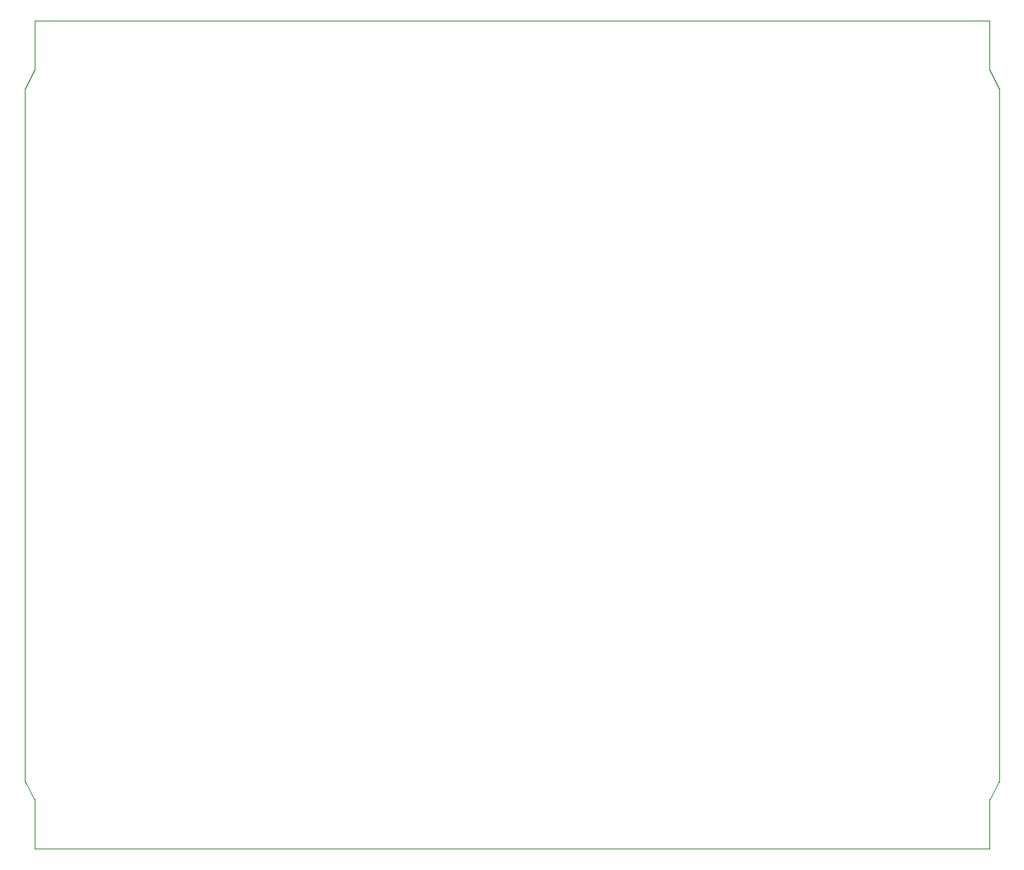
<source format=gm1>
G04 #@! TF.GenerationSoftware,KiCad,Pcbnew,7.0.11*
G04 #@! TF.CreationDate,2024-07-22T16:36:51+02:00*
G04 #@! TF.ProjectId,NOP100,4e4f5031-3030-42e6-9b69-6361645f7063,221101*
G04 #@! TF.SameCoordinates,Original*
G04 #@! TF.FileFunction,Profile,NP*
%FSLAX46Y46*%
G04 Gerber Fmt 4.6, Leading zero omitted, Abs format (unit mm)*
G04 Created by KiCad (PCBNEW 7.0.11) date 2024-07-22 16:36:51*
%MOMM*%
%LPD*%
G01*
G04 APERTURE LIST*
G04 #@! TA.AperFunction,Profile*
%ADD10C,0.100000*%
G04 #@! TD*
G04 APERTURE END LIST*
D10*
X-48981000Y42480000D02*
X49019000Y42479000D01*
X50019000Y35479000D02*
X50019000Y-35521000D01*
X-49981000Y-35521000D02*
X-49981000Y35479000D01*
X-48981000Y-42521000D02*
X49019000Y-42521000D01*
X50019000Y35479000D02*
X49019000Y37479000D01*
X-48981000Y-37521000D02*
X-48981000Y-42521000D01*
X49019000Y37479000D02*
X49019000Y42479000D01*
X-49981000Y35479000D02*
X-48981000Y37479000D01*
X-49981000Y-35521000D02*
X-48981000Y-37521000D01*
X49019000Y-37521000D02*
X49019000Y-42521000D01*
X50019000Y-35521000D02*
X49019000Y-37521000D01*
X-48981000Y37479000D02*
X-48981000Y42479000D01*
M02*

</source>
